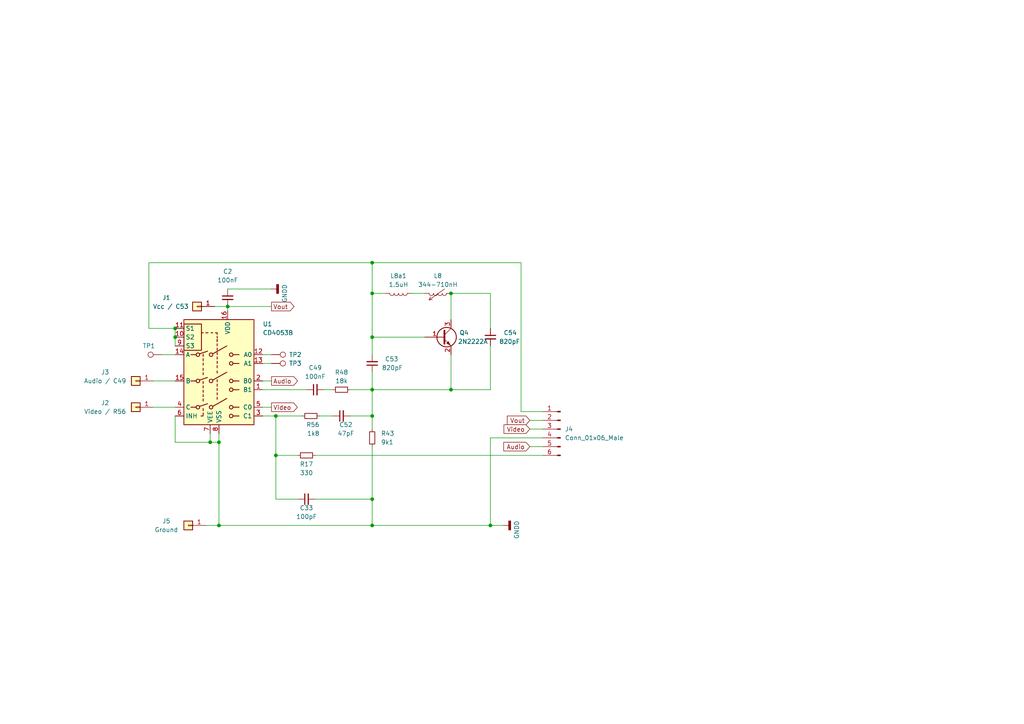
<source format=kicad_sch>
(kicad_sch (version 20211123) (generator eeschema)
  (paper "A4")
  (title_block (title "VCS SD/TV") (rev "C"))
  (lib_symbols
    (symbol "Analog_Switch:CD4053B"
      (property "Reference" "U" (at -10.16 16.51 0))
      (property "Value" "CD4053B" (at 3.81 16.51 0))
      (symbol "CD4053B_0_1"
        (rectangle (start -10.16 6.35) (end -5.08 13.97) (stroke (width 0.254)))
        (rectangle (start -10.16 15.24) (end 10.16 -15.24) (stroke (width 0.254)) (fill (type background)))
        (circle (center -6.096 -10.16) (radius 0.508) (stroke (width 0.254)))
        (circle (center -6.096 -2.54) (radius 0.508) (stroke (width 0.254)))
        (circle (center -6.096 5.08) (radius 0.508) (stroke (width 0.254)))
        (circle (center -2.286 -10.16) (radius 0.508) (stroke (width 0.254)))
        (circle (center -2.286 -2.54) (radius 0.508) (stroke (width 0.254)))
        (circle (center -2.286 5.08) (radius 0.508) (stroke (width 0.254)))
        (polyline (pts (xy -8.128 -10.16) (xy -6.604 -10.16)) (stroke (width 0.254)))
        (polyline (pts (xy -8.128 -2.54) (xy -6.604 -2.54)) (stroke (width 0.254)))
        (polyline (pts (xy -8.128 5.08) (xy -6.604 5.08)) (stroke (width 0.254)))
        (polyline (pts (xy -5.588 -9.906) (xy -3.302 -9.144)) (stroke (width 0.254)))
        (polyline (pts (xy -5.588 -2.286) (xy -3.302 -1.524)) (stroke (width 0.254)))
        (polyline (pts (xy -5.588 5.334) (xy -3.302 6.096)) (stroke (width 0.254)))
        (polyline (pts (xy -4.572 -12.7) (xy -5.207 -12.7)) (stroke (width 0.254)))
        (polyline (pts (xy -4.572 -12.446) (xy -4.572 -11.811)) (stroke (width 0.254)))
        (polyline (pts (xy -4.572 -11.176) (xy -4.572 -10.541)) (stroke (width 0.254)))
        (polyline (pts (xy -4.572 -8.382) (xy -4.572 -7.747)) (stroke (width 0.254)))
        (polyline (pts (xy -4.572 -7.112) (xy -4.572 -6.477)) (stroke (width 0.254)))
        (polyline (pts (xy -4.572 -5.842) (xy -4.572 -5.207)) (stroke (width 0.254)))
        (polyline (pts (xy -4.572 -4.572) (xy -4.572 -3.937)) (stroke (width 0.254)))
        (polyline (pts (xy -4.572 -3.302) (xy -4.572 -2.667)) (stroke (width 0.254)))
        (polyline (pts (xy -4.572 -0.762) (xy -4.572 -0.127)) (stroke (width 0.254)))
        (polyline (pts (xy -4.572 0.508) (xy -4.572 1.143)) (stroke (width 0.254)))
        (polyline (pts (xy -4.572 2.032) (xy -4.572 2.667)) (stroke (width 0.254)))
        (polyline (pts (xy -4.572 3.302) (xy -4.572 3.937)) (stroke (width 0.254)))
        (polyline (pts (xy -4.572 4.572) (xy -4.572 5.207)) (stroke (width 0.254)))
        (polyline (pts (xy -4.572 11.43) (xy -5.08 11.43)) (stroke (width 0.254)))
        (polyline (pts (xy -3.81 11.43) (xy -3.175 11.43)) (stroke (width 0.254)))
        (polyline (pts (xy -1.778 -9.906) (xy 2.286 -7.62)) (stroke (width 0.254)))
        (polyline (pts (xy -1.778 -2.286) (xy 2.286 0)) (stroke (width 0.254)))
        (polyline (pts (xy -1.778 5.334) (xy 2.286 7.62)) (stroke (width 0.254)))
        (polyline (pts (xy -1.778 11.43) (xy -2.286 11.43)) (stroke (width 0.254)))
        (polyline (pts (xy -0.508 -7.874) (xy -0.508 -7.239)) (stroke (width 0.254)))
        (polyline (pts (xy -0.508 -6.604) (xy -0.508 -5.969)) (stroke (width 0.254)))
        (polyline (pts (xy -0.508 -5.334) (xy -0.508 -4.699)) (stroke (width 0.254)))
        (polyline (pts (xy -0.508 -4.064) (xy -0.508 -3.429)) (stroke (width 0.254)))
        (polyline (pts (xy -0.508 -2.794) (xy -0.508 -2.159)) (stroke (width 0.254)))
        (polyline (pts (xy -0.508 -0.254) (xy -0.508 0.381)) (stroke (width 0.254)))
        (polyline (pts (xy -0.508 1.27) (xy -0.508 1.905)) (stroke (width 0.254)))
        (polyline (pts (xy -0.508 2.54) (xy -0.508 3.175)) (stroke (width 0.254)))
        (polyline (pts (xy -0.508 3.81) (xy -0.508 4.445)) (stroke (width 0.254)))
        (polyline (pts (xy -0.508 5.08) (xy -0.508 5.715)) (stroke (width 0.254)))
        (polyline (pts (xy -0.508 6.35) (xy -0.508 6.985)) (stroke (width 0.254)))
        (polyline (pts (xy -0.508 7.62) (xy -0.508 8.255)) (stroke (width 0.254)))
        (polyline (pts (xy -0.508 8.89) (xy -0.508 9.398)) (stroke (width 0.254)))
        (polyline (pts (xy -0.508 8.89) (xy -0.508 9.525)) (stroke (width 0.254)))
        (polyline (pts (xy -0.508 9.906) (xy -0.508 10.414)) (stroke (width 0.254)))
        (polyline (pts (xy -0.508 10.922) (xy -0.508 11.43)) (stroke (width 0.254)))
        (polyline (pts (xy -0.508 11.43) (xy -1.016 11.43)) (stroke (width 0.254)))
        (polyline (pts (xy 4.064 -12.7) (xy 5.842 -12.7)) (stroke (width 0.254)))
        (polyline (pts (xy 4.064 -10.16) (xy 5.842 -10.16)) (stroke (width 0.254)))
        (polyline (pts (xy 4.064 -5.08) (xy 5.842 -5.08)) (stroke (width 0.254)))
        (polyline (pts (xy 4.064 -2.54) (xy 5.842 -2.54)) (stroke (width 0.254)))
        (polyline (pts (xy 4.064 2.54) (xy 5.842 2.54)) (stroke (width 0.254)))
        (polyline (pts (xy 4.064 5.08) (xy 5.842 5.08)) (stroke (width 0.254)))
        (circle (center 3.556 -12.7) (radius 0.508) (stroke (width 0.254)))
        (circle (center 3.556 -10.16) (radius 0.508) (stroke (width 0.254)))
        (circle (center 3.556 -5.08) (radius 0.508) (stroke (width 0.254)))
        (circle (center 3.556 -2.54) (radius 0.508) (stroke (width 0.254)))
        (circle (center 3.556 2.54) (radius 0.508) (stroke (width 0.254)))
        (circle (center 3.556 5.08) (radius 0.508) (stroke (width 0.254)))
      )
      (symbol "CD4053B_1_1"
        (pin bidirectional line (at 12.7 -5.08 180) (length 2.54) (name "B1") (number "1"))
        (pin input line (at -12.7 10.16 0) (length 2.54) (name "S2") (number "10"))
        (pin input line (at -12.7 12.7 0) (length 2.54) (name "S1") (number "11"))
        (pin bidirectional line (at 12.7 5.08 180) (length 2.54) (name "A0") (number "12"))
        (pin bidirectional line (at 12.7 2.54 180) (length 2.54) (name "A1") (number "13"))
        (pin bidirectional line (at -12.7 5.08 0) (length 2.54) (name "A") (number "14"))
        (pin bidirectional line (at -12.7 -2.54 0) (length 2.54) (name "B") (number "15"))
        (pin power_in line (at 2.54 17.78 270) (length 2.54) (name "VDD") (number "16"))
        (pin bidirectional line (at 12.7 -2.54 180) (length 2.54) (name "B0") (number "2"))
        (pin bidirectional line (at 12.7 -12.7 180) (length 2.54) (name "C1") (number "3"))
        (pin bidirectional line (at -12.7 -10.16 0) (length 2.54) (name "C") (number "4"))
        (pin bidirectional line (at 12.7 -10.16 180) (length 2.54) (name "C0") (number "5"))
        (pin input line (at -12.7 -12.7 0) (length 2.54) (name "INH") (number "6"))
        (pin power_in line (at -2.54 -17.78 90) (length 2.54) (name "VEE") (number "7"))
        (pin power_in line (at 0 -17.78 90) (length 2.54) (name "VSS") (number "8"))
        (pin input line (at -12.7 7.62 0) (length 2.54) (name "S3") (number "9"))
      )
    )
    (symbol "Connector:Conn_01x06_Male" (pin_names (offset 1.016) hide)
      (property "Reference" "J" (at 0 7.62 0))
      (property "Value" "Conn_01x06_Male" (at 0 -10.16 0))
      (symbol "Conn_01x06_Male_1_1"
        (polyline (pts (xy 1.27 -7.62) (xy 0.8636 -7.62)) (stroke (width 0.1524)))
        (polyline (pts (xy 1.27 -5.08) (xy 0.8636 -5.08)) (stroke (width 0.1524)))
        (polyline (pts (xy 1.27 -2.54) (xy 0.8636 -2.54)) (stroke (width 0.1524)))
        (polyline (pts (xy 1.27 0) (xy 0.8636 0)) (stroke (width 0.1524)))
        (polyline (pts (xy 1.27 2.54) (xy 0.8636 2.54)) (stroke (width 0.1524)))
        (polyline (pts (xy 1.27 5.08) (xy 0.8636 5.08)) (stroke (width 0.1524)))
        (rectangle (start 0.8636 -7.493) (end 0 -7.747) (stroke (width 0.1524)) (fill (type outline)))
        (rectangle (start 0.8636 -4.953) (end 0 -5.207) (stroke (width 0.1524)) (fill (type outline)))
        (rectangle (start 0.8636 -2.413) (end 0 -2.667) (stroke (width 0.1524)) (fill (type outline)))
        (rectangle (start 0.8636 0.127) (end 0 -0.127) (stroke (width 0.1524)) (fill (type outline)))
        (rectangle (start 0.8636 2.667) (end 0 2.413) (stroke (width 0.1524)) (fill (type outline)))
        (rectangle (start 0.8636 5.207) (end 0 4.953) (stroke (width 0.1524)) (fill (type outline)))
        (pin passive line (at 5.08 5.08 180) (length 3.81) (name "Pin_1") (number "1"))
        (pin passive line (at 5.08 2.54 180) (length 3.81) (name "Pin_2") (number "2"))
        (pin passive line (at 5.08 0 180) (length 3.81) (name "Pin_3") (number "3"))
        (pin passive line (at 5.08 -2.54 180) (length 3.81) (name "Pin_4") (number "4"))
        (pin passive line (at 5.08 -5.08 180) (length 3.81) (name "Pin_5") (number "5"))
        (pin passive line (at 5.08 -7.62 180) (length 3.81) (name "Pin_6") (number "6"))
      )
    )
    (symbol "Connector:TestPoint" (pin_numbers hide) (pin_names (offset 0.762) hide)
      (property "Reference" "TP" (at 0 6.858 0))
      (property "Value" "TestPoint" (at 0 5.08 0))
      (symbol "TestPoint_0_1"
        (circle (center 0 3.302) (radius 0.762))
      )
      (symbol "TestPoint_1_1"
        (pin passive line (at 0 0 90) (length 2.54) (name "1") (number "1"))
      )
    )
    (symbol "Connector_Generic:Conn_01x01" (pin_names (offset 1.016) hide)
      (property "Reference" "J" (at 0 2.54 0))
      (property "Value" "Conn_01x01" (at 0 -2.54 0))
      (symbol "Conn_01x01_1_1"
        (rectangle (start -1.27 0.127) (end 0 -0.127) (stroke (width 0.1524)))
        (rectangle (start -1.27 1.27) (end 1.27 -1.27) (stroke (width 0.254)) (fill (type background)))
        (pin passive line (at -5.08 0 0) (length 3.81) (name "Pin_1") (number "1"))
      )
    )
    (symbol "Device:C_Small" (pin_numbers hide) (pin_names (offset 0.254) hide)
      (property "Reference" "C" (at 0.254 1.778 0))
      (property "Value" "C_Small" (at 0.254 -2.032 0))
      (symbol "C_Small_0_1"
        (polyline (pts (xy -1.524 -0.508) (xy 1.524 -0.508)) (stroke (width 0.3302)))
        (polyline (pts (xy -1.524 0.508) (xy 1.524 0.508)) (stroke (width 0.3048)))
      )
      (symbol "C_Small_1_1"
        (pin passive line (at 0 2.54 270) (length 2.032) (name "~") (number "1"))
        (pin passive line (at 0 -2.54 90) (length 2.032) (name "~") (number "2"))
      )
    )
    (symbol "Device:L" (pin_numbers hide) (pin_names (offset 1.016) hide)
      (property "Reference" "L" (at -1.27 0 90))
      (property "Value" "L" (at 1.905 0 90))
      (symbol "L_0_1"
        (arc (start 0 -2.54) (mid 0.635 -1.905) (end 0 -1.27))
        (arc (start 0 -1.27) (mid 0.635 -0.635) (end 0 0))
        (arc (start 0 0) (mid 0.635 0.635) (end 0 1.27))
        (arc (start 0 1.27) (mid 0.635 1.905) (end 0 2.54))
      )
      (symbol "L_1_1"
        (pin passive line (at 0 3.81 270) (length 1.27) (name "1") (number "1"))
        (pin passive line (at 0 -3.81 90) (length 1.27) (name "2") (number "2"))
      )
    )
    (symbol "Device:L_Trim" (pin_numbers hide) (pin_names (offset 1.016) hide)
      (property "Reference" "L" (at -1.905 0 90))
      (property "Value" "L_Trim" (at 3.175 0 90))
      (symbol "L_Trim_0_1"
        (arc (start 0 -2.54) (mid 0.635 -1.905) (end 0 -1.27))
        (arc (start 0 -1.27) (mid 0.635 -0.635) (end 0 0))
        (polyline (pts (xy -1.27 -1.905) (xy 1.905 2.54)))
        (polyline (pts (xy 1.905 2.54) (xy 1.016 2.159)))
        (polyline (pts (xy 1.905 2.54) (xy 1.778 1.651)))
        (arc (start 0 0) (mid 0.635 0.635) (end 0 1.27))
        (arc (start 0 1.27) (mid 0.635 1.905) (end 0 2.54))
      )
      (symbol "L_Trim_1_1"
        (pin passive line (at 0 3.81 270) (length 1.27) (name "1") (number "1"))
        (pin passive line (at 0 -3.81 90) (length 1.27) (name "2") (number "2"))
      )
    )
    (symbol "Device:Q_NPN_BEC" (pin_names (offset 0) hide)
      (property "Reference" "Q" (at 5.08 1.27 0))
      (property "Value" "Q_NPN_BEC" (at 5.08 -1.27 0))
      (symbol "Q_NPN_BEC_0_1"
        (polyline (pts (xy 0.635 0.635) (xy 2.54 2.54)))
        (polyline (pts (xy 0.635 -0.635) (xy 2.54 -2.54) (xy 2.54 -2.54)))
        (polyline (pts (xy 0.635 1.905) (xy 0.635 -1.905) (xy 0.635 -1.905)) (stroke (width 0.508)))
        (polyline (pts (xy 1.27 -1.778) (xy 1.778 -1.27) (xy 2.286 -2.286) (xy 1.27 -1.778) (xy 1.27 -1.778)) (fill (type outline)))
        (circle (center 1.27 0) (radius 2.8194) (stroke (width 0.254)))
      )
      (symbol "Q_NPN_BEC_1_1"
        (pin input line (at -5.08 0 0) (length 5.715) (name "B") (number "1"))
        (pin passive line (at 2.54 -5.08 90) (length 2.54) (name "E") (number "2"))
        (pin passive line (at 2.54 5.08 270) (length 2.54) (name "C") (number "3"))
      )
    )
    (symbol "Device:R_Small" (pin_numbers hide) (pin_names (offset 0.254) hide)
      (property "Reference" "R" (at 0.762 0.508 0))
      (property "Value" "R_Small" (at 0.762 -1.016 0))
      (symbol "R_Small_0_1"
        (rectangle (start -0.762 1.778) (end 0.762 -1.778) (stroke (width 0.2032)))
      )
      (symbol "R_Small_1_1"
        (pin passive line (at 0 2.54 270) (length 0.762) (name "~") (number "1"))
        (pin passive line (at 0 -2.54 90) (length 0.762) (name "~") (number "2"))
      )
    )
    (symbol "R_Small_1" (pin_numbers hide) (pin_names (offset 0.254) hide)
      (property "Reference" "R" (at 0.762 0.508 0))
      (property "Value" "R_Small_1" (at 0.762 -1.016 0))
      (symbol "R_Small_1_0_1"
        (rectangle (start -0.762 1.778) (end 0.762 -1.778) (stroke (width 0.2032)))
      )
      (symbol "R_Small_1_1_1"
        (pin passive line (at 0 2.54 270) (length 0.762) (name "~") (number "1"))
        (pin passive line (at 0 -2.54 90) (length 0.762) (name "~") (number "2"))
      )
    )
    (symbol "power:GNDD" (power) (pin_names (offset 0))
      (property "Value" "GNDD" (at 0 -3.175 0))
      (symbol "GNDD_0_1"
        (rectangle (start -1.27 -1.524) (end 1.27 -2.032) (stroke (width 0.254)) (fill (type outline)))
        (polyline (pts (xy 0 0) (xy 0 -1.524)))
      )
      (symbol "GNDD_1_1"
        (pin power_in line (at 0 0 270) (length 0) hide (name "GNDD") (number "1"))
      )
    )
  )
  (junction (at 130.81 113.03))
  (junction (at 107.95 97.79))
  (junction (at 142.24 152.4))
  (junction (at 60.96 128.27))
  (junction (at 80.01 132.08))
  (junction (at 107.95 144.78))
  (junction (at 107.95 113.03))
  (junction (at 50.8 97.79))
  (junction (at 107.95 85.09))
  (junction (at 63.5 152.4))
  (junction (at 107.95 152.4))
  (junction (at 107.95 120.65))
  (junction (at 66.04 88.9))
  (junction (at 50.8 95.25))
  (junction (at 107.95 76.2))
  (junction (at 130.81 85.09))
  (junction (at 80.01 120.65))
  (junction (at 63.5 128.27))
  (wire (pts (xy 107.95 152.4) (xy 142.24 152.4)))
  (wire (pts (xy 107.95 97.79) (xy 107.95 102.87)))
  (wire (pts (xy 151.13 76.2) (xy 107.95 76.2)))
  (wire (pts (xy 107.95 85.09) (xy 111.76 85.09)))
  (wire (pts (xy 92.71 120.65) (xy 96.52 120.65)))
  (wire (pts (xy 107.95 107.95) (xy 107.95 113.03)))
  (wire (pts (xy 50.8 97.79) (xy 50.8 100.33)))
  (wire (pts (xy 107.95 144.78) (xy 107.95 152.4)))
  (wire (pts (xy 119.38 85.09) (xy 123.19 85.09)))
  (wire (pts (xy 130.81 113.03) (xy 142.24 113.03)))
  (wire (pts (xy 153.67 124.46) (xy 157.48 124.46)))
  (wire (pts (xy 142.24 113.03) (xy 142.24 100.33)))
  (wire (pts (xy 60.96 128.27) (xy 63.5 128.27)))
  (wire (pts (xy 63.5 128.27) (xy 63.5 125.73)))
  (wire (pts (xy 62.23 88.9) (xy 66.04 88.9)))
  (wire (pts (xy 130.81 113.03) (xy 130.81 102.87)))
  (wire (pts (xy 50.8 128.27) (xy 60.96 128.27)))
  (wire (pts (xy 151.13 119.38) (xy 157.48 119.38)))
  (wire (pts (xy 142.24 85.09) (xy 130.81 85.09)))
  (wire (pts (xy 46.99 102.87) (xy 50.8 102.87)))
  (wire (pts (xy 101.6 113.03) (xy 107.95 113.03)))
  (wire (pts (xy 142.24 95.25) (xy 142.24 85.09)))
  (wire (pts (xy 76.2 110.49) (xy 78.74 110.49)))
  (wire (pts (xy 130.81 85.09) (xy 130.81 92.71)))
  (wire (pts (xy 142.24 152.4) (xy 146.05 152.4)))
  (wire (pts (xy 43.18 76.2) (xy 43.18 95.25)))
  (wire (pts (xy 76.2 120.65) (xy 80.01 120.65)))
  (wire (pts (xy 151.13 76.2) (xy 151.13 119.38)))
  (wire (pts (xy 44.45 110.49) (xy 50.8 110.49)))
  (wire (pts (xy 80.01 132.08) (xy 86.36 132.08)))
  (wire (pts (xy 63.5 128.27) (xy 63.5 152.4)))
  (wire (pts (xy 101.6 120.65) (xy 107.95 120.65)))
  (wire (pts (xy 60.96 128.27) (xy 60.96 125.73)))
  (wire (pts (xy 153.67 129.54) (xy 157.48 129.54)))
  (wire (pts (xy 63.5 152.4) (xy 107.95 152.4)))
  (wire (pts (xy 91.44 144.78) (xy 107.95 144.78)))
  (wire (pts (xy 80.01 120.65) (xy 80.01 132.08)))
  (wire (pts (xy 66.04 88.9) (xy 66.04 90.17)))
  (wire (pts (xy 43.18 95.25) (xy 50.8 95.25)))
  (wire (pts (xy 86.36 144.78) (xy 80.01 144.78)))
  (wire (pts (xy 50.8 97.79) (xy 50.8 95.25)))
  (wire (pts (xy 107.95 113.03) (xy 130.81 113.03)))
  (wire (pts (xy 66.04 83.82) (xy 78.74 83.82)))
  (wire (pts (xy 107.95 129.54) (xy 107.95 144.78)))
  (wire (pts (xy 80.01 120.65) (xy 87.63 120.65)))
  (wire (pts (xy 107.95 97.79) (xy 123.19 97.79)))
  (wire (pts (xy 43.18 76.2) (xy 107.95 76.2)))
  (wire (pts (xy 44.45 118.11) (xy 50.8 118.11)))
  (wire (pts (xy 66.04 88.9) (xy 78.74 88.9)))
  (wire (pts (xy 107.95 85.09) (xy 107.95 97.79)))
  (wire (pts (xy 93.98 113.03) (xy 96.52 113.03)))
  (wire (pts (xy 91.44 132.08) (xy 157.48 132.08)))
  (wire (pts (xy 153.67 121.92) (xy 157.48 121.92)))
  (wire (pts (xy 157.48 127) (xy 142.24 127)))
  (wire (pts (xy 107.95 120.65) (xy 107.95 124.46)))
  (wire (pts (xy 142.24 127) (xy 142.24 152.4)))
  (wire (pts (xy 80.01 132.08) (xy 80.01 144.78)))
  (wire (pts (xy 50.8 120.65) (xy 50.8 128.27)))
  (wire (pts (xy 59.69 152.4) (xy 63.5 152.4)))
  (wire (pts (xy 76.2 113.03) (xy 88.9 113.03)))
  (wire (pts (xy 76.2 102.87) (xy 78.74 102.87)))
  (wire (pts (xy 107.95 76.2) (xy 107.95 85.09)))
  (wire (pts (xy 76.2 118.11) (xy 78.74 118.11)))
  (wire (pts (xy 107.95 113.03) (xy 107.95 120.65)))
  (wire (pts (xy 76.2 105.41) (xy 78.74 105.41)))
  (global_label "Vout" (shape output) (at 78.74 88.9 0) (property "Intersheet References" "${INTERSHEET_REFS}" (effects hide)))
  (global_label "Audio" (shape input) (at 153.67 129.54 180) (property "Intersheet References" "${INTERSHEET_REFS}" (effects hide)))
  (global_label "Vout" (shape input) (at 153.67 121.92 180) (property "Intersheet References" "${INTERSHEET_REFS}" (effects hide)))
  (global_label "Video" (shape input) (at 153.67 124.46 180) (property "Intersheet References" "${INTERSHEET_REFS}" (effects hide)))
  (global_label "Video" (shape output) (at 78.74 118.11 0) (property "Intersheet References" "${INTERSHEET_REFS}" (effects hide)))
  (global_label "Audio" (shape output) (at 78.74 110.49 0) (property "Intersheet References" "${INTERSHEET_REFS}" (effects hide)))
  (symbol (lib_id "Device:C_Small") (at 66.04 86.36 0) (unit 1)
    (property "Reference" "C2" (at 66.04 78.74 0))
    (property "Value" "100nF" (at 66.04 81.28 0))
    (property "Footprint" "Capacitor_SMD:C_1206_3216Metric_Pad1.33x1.80mm_HandSolder" (effects hide))
    (property "Part" "Yageo CC1206KRX7R9BB104" (effects hide))
  )
  (symbol (lib_id "Device:L_Trim") (at 127 85.09 90) (mirror x) (unit 1)
    (property "Reference" "L8" (at 127 80.01 90))
    (property "Value" "344-710nH" (at 127 82.55 90))
    (property "Footprint" "vcsboard:tim_laying" (effects hide))
    (property "Part" "Coilcraft 148-13J12L" (effects hide))
  )
  (symbol (lib_id "Connector:TestPoint") (at 78.74 105.41 270) (mirror x) (unit 1)
    (property "Reference" "TP3" (at 83.82 105.4099 90) (effects (justify left)))
    (property "Value" "TestPoint" (effects hide))
    (property "Footprint" "TestPoint:TestPoint_THTPad_1.5x1.5mm_Drill0.7mm" (effects hide))
  )
  (symbol (lib_name "R_Small_1") (lib_id "Device:R_Small") (at 99.06 113.03 90) (mirror x) (unit 1)
    (property "Reference" "R48" (at 99.06 108 90))
    (property "Value" "18k" (at 99.06 110.49 90))
    (property "Footprint" "Resistor_SMD:R_1206_3216Metric_Pad1.30x1.75mm_HandSolder" (effects hide))
    (property "Part" "Yageo RC1206JR-0718KL" (effects hide))
  )
  (symbol (lib_id "Device:R_Small") (at 107.95 127 0) (mirror x) (unit 1)
    (property "Reference" "R43" (at 110.49 125.73 0) (effects (justify left)))
    (property "Value" "9k1" (at 110.49 128.27 0) (effects (justify left)))
    (property "Footprint" "Resistor_SMD:R_1206_3216Metric_Pad1.30x1.75mm_HandSolder" (effects hide))
    (property "Part" "Yageo RC1206JR-079K1L" (effects hide))
  )
  (symbol (lib_id "Device:C_Small") (at 91.44 113.03 90) (mirror x) (unit 1)
    (property "Reference" "C49" (at 91.4463 106.68 90))
    (property "Value" "100nF" (at 91.4463 109.22 90))
    (property "Footprint" "Capacitor_SMD:C_1206_3216Metric_Pad1.33x1.80mm_HandSolder" (effects hide))
    (property "Part" "Yageo CC1206KRX7R9BB104" (effects hide))
  )
  (symbol (lib_id "Connector:TestPoint") (at 46.99 102.87 90) (unit 1)
    (property "Reference" "TP1" (at 43.18 100.33 90))
    (property "Value" "TestPoint" (effects hide))
    (property "Footprint" "TestPoint:TestPoint_THTPad_1.5x1.5mm_Drill0.7mm" (effects hide))
  )
  (symbol (lib_id "Device:C_Small") (at 88.9 144.78 90) (mirror x) (unit 1)
    (property "Reference" "C33" (at 88.9 147.32 90))
    (property "Value" "100pF" (at 88.9 149.86 90))
    (property "Footprint" "Capacitor_SMD:C_1206_3216Metric_Pad1.33x1.80mm_HandSolder" (effects hide))
    (property "Part" "Yageo CC1206JRNPO9BN101" (effects hide))
  )
  (symbol (lib_id "power:GNDD") (at 146.05 152.4 90) (unit 1)
    (property "Reference" "#PWR0101" (effects hide))
    (property "Value" "GNDD" (at 149.86 153.67 0))
  )
  (symbol (lib_id "power:GNDD") (at 78.74 83.82 90) (unit 1)
    (property "Reference" "#PWR0102" (effects hide))
    (property "Value" "GNDD" (at 82.55 85.09 0))
  )
  (symbol (lib_id "Device:C_Small") (at 107.95 105.41 0) (mirror x) (unit 1)
    (property "Reference" "C53" (at 115.57 104.14 0) (effects (justify right)))
    (property "Value" "820pF" (at 116.84 106.68 0) (effects (justify right)))
    (property "Footprint" "Capacitor_SMD:C_0805_2012Metric_Pad1.18x1.45mm_HandSolder" (effects hide))
    (property "Part" "Panasonic ECH-U1H821GX5" (effects hide))
  )
  (symbol (lib_id "Connector_Generic:Conn_01x01") (at 57.15 88.9 0) (mirror y) (unit 1)
    (property "Reference" "J1" (at 48.26 86.36 0))
    (property "Value" "Vcc / C53" (at 49.53 88.9 0))
    (property "Footprint" "Connector_Wire:SolderWire-0.75sqmm_1x01_D1.25mm_OD2.3mm" (effects hide))
  )
  (symbol (lib_id "Connector_Generic:Conn_01x01") (at 39.37 110.49 0) (mirror y) (unit 1)
    (property "Reference" "J3" (at 30.48 107.95 0))
    (property "Value" "Audio / C49" (at 30.48 110.49 0))
    (property "Footprint" "Connector_Wire:SolderWire-0.75sqmm_1x01_D1.25mm_OD2.3mm" (effects hide))
  )
  (symbol (lib_id "Connector_Generic:Conn_01x01") (at 54.61 152.4 0) (mirror y) (unit 1)
    (property "Reference" "J5" (at 48.26 151.13 0))
    (property "Value" "Ground" (at 48.26 153.67 0))
    (property "Footprint" "Connector_Wire:SolderWire-0.75sqmm_1x01_D1.25mm_OD2.3mm" (effects hide))
  )
  (symbol (lib_id "Device:Q_NPN_BEC") (at 128.27 97.79 0) (unit 1)
    (property "Reference" "Q4" (at 134.62 96.52 0))
    (property "Value" "2N2222A" (at 137.16 99.06 0))
    (property "Footprint" "Package_TO_SOT_SMD:SOT-23_Handsoldering" (effects hide))
    (property "Part" "Nexperia PMBT2222A" (effects hide))
  )
  (symbol (lib_id "Connector:Conn_01x06_Male") (at 162.56 124.46 0) (mirror y) (unit 1)
    (property "Reference" "J4" (at 163.83 124.4599 0) (effects (justify right)))
    (property "Value" "Conn_01x06_Male" (at 163.83 126.9999 0) (effects (justify right)))
    (property "Footprint" "Connector_Molex:Molex_KK-254_AE-6410-06A_1x06_P2.54mm_Vertical" (effects hide))
    (property "Part" "Amtek 2542R-06TW-L" (effects hide))
    (property "Part (Alt 1)" "JST like JH2.54-6 (Part of X0014J7UB1)" (effects hide))
  )
  (symbol (lib_id "Device:C_Small") (at 142.24 97.79 0) (unit 1)
    (property "Reference" "C54" (at 146.05 96.52 0) (effects (justify left)))
    (property "Value" "820pF" (at 144.78 99.0662 0) (effects (justify left)))
    (property "Footprint" "Capacitor_SMD:C_0805_2012Metric_Pad1.18x1.45mm_HandSolder" (effects hide))
    (property "Part" "Panasonic ECH-U1H821GX5" (effects hide))
  )
  (symbol (lib_id "Connector_Generic:Conn_01x01") (at 39.37 118.11 0) (mirror y) (unit 1)
    (property "Reference" "J2" (at 30.48 116.84 0))
    (property "Value" "Video / R56" (at 30.48 119.38 0))
    (property "Footprint" "Connector_Wire:SolderWire-0.75sqmm_1x01_D1.25mm_OD2.3mm" (effects hide))
    (property "Part" "MPE Garry  087-1-004" (effects hide))
  )
  (symbol (lib_id "Connector:TestPoint") (at 78.74 102.87 270) (mirror x) (unit 1)
    (property "Reference" "TP2" (at 83.82 102.8699 90) (effects (justify left)))
    (property "Value" "TestPoint" (effects hide))
    (property "Footprint" "TestPoint:TestPoint_THTPad_1.5x1.5mm_Drill0.7mm" (effects hide))
  )
  (symbol (lib_id "Device:C_Small") (at 99.06 120.65 90) (mirror x) (unit 1)
    (property "Reference" "C52" (at 100.33 123.19 90))
    (property "Value" "47pF" (at 100.33 125.73 90))
    (property "Footprint" "Capacitor_SMD:C_1206_3216Metric_Pad1.33x1.80mm_HandSolder" (effects hide))
    (property "Part" "Yageo CC1206JRNPO9BN470" (effects hide))
  )
  (symbol (lib_id "Analog_Switch:CD4053B") (at 63.5 107.95 0) (unit 1)
    (property "Reference" "U1" (at 76.2 93.98 0) (effects (justify left)))
    (property "Value" "CD4053B" (at 76.2 96.52 0) (effects (justify left)))
    (property "Footprint" "Package_SO:SOP-16_3.9x9.9mm_P1.27mm" (effects hide))
    (property "Datasheet" "http://www.ti.com/lit/ds/symlink/cd4052b.pdf" (effects hide))
    (property "Part" "Texas Instruments CD4053BM" (effects hide))
  )
  (symbol (lib_name "R_Small_1") (lib_id "Device:R_Small") (at 88.9 132.08 90) (mirror x) (unit 1)
    (property "Reference" "R17" (at 88.9 134.62 90))
    (property "Value" "330" (at 88.9 137.16 90))
    (property "Footprint" "Resistor_SMD:R_1206_3216Metric_Pad1.30x1.75mm_HandSolder" (effects hide))
    (property "Part" "Yageo RC1206JR-07330RL" (effects hide))
  )
  (symbol (lib_id "Device:R_Small") (at 90.17 120.65 90) (mirror x) (unit 1)
    (property "Reference" "R56" (at 92.7099 123.19 90) (effects (justify left)))
    (property "Value" "1k8" (at 92.71 125.73 90) (effects (justify left)))
    (property "Footprint" "Resistor_SMD:R_1206_3216Metric_Pad1.30x1.75mm_HandSolder" (effects hide))
    (property "Part" "Yageo RC1206JR-071K8L" (effects hide))
  )
  (symbol (lib_id "Device:L") (at 115.57 85.09 270) (unit 1)
    (property "Reference" "L8a1" (at 115.57 80.01 90))
    (property "Value" "1.5uH" (at 115.57 82.55 90))
    (property "Footprint" "Inductor_SMD:L_0805_2012Metric_Pad1.05x1.20mm_HandSolder" (effects hide))
    (property "Part" "TDK TFM201210ALMA1R5MTAA" (effects hide))
  )
)
</source>
